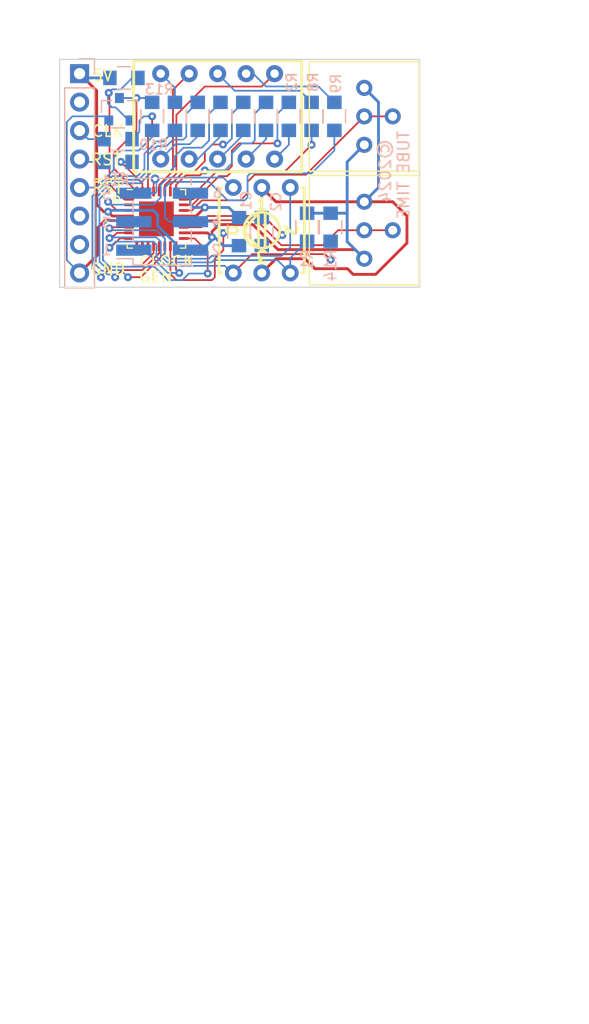
<source format=kicad_pcb>
(kicad_pcb (version 20221018) (generator pcbnew)
  (title_block (title "ClockGen") (comment 1 "By Tube Time"))
  (layers (0 "F.Cu" signal) (31 "B.Cu" signal) (34 "B.Paste" user) (35 "F.Paste" user) (36 "B.SilkS" user "B.Silkscreen") (37 "F.SilkS" user "F.Silkscreen") (38 "B.Mask" user) (39 "F.Mask" user) (44 "Edge.Cuts" user))
  (net 0 "")
  (net 1 "GND")
  (net 2 "Net-(D1-A)")
  (net 3 "Net-(U1-AREF)")
  (net 5 "/CLOCKOUT")
  (net 6 "/RESETOUT")
  (net 7 "/~{RESETOUT}")
  (net 10 "/~{RESETDRIVE}")
  (net 11 "/~{RESETSENSE}")
  (net 12 "VCC")
  (net 13 "Net-(U1-PD0)")
  (net 14 "Net-(U1-PD1)")
  (net 15 "Net-(D1-E)")
  (net 16 "Net-(D1-D)")
  (net 17 "Net-(D1-C)")
  (net 18 "Net-(D1-G)")
  (net 19 "Net-(D1-DP)")
  (net 20 "Net-(D1-CA2)")
  (net 21 "Net-(D1-B)")
  (net 22 "Net-(D1-CA1)")
  (net 23 "Net-(D1-F)")
  (net 24 "/MOSI")
  (net 25 "/RESET")
  (net 26 "/SCK")
  (net 27 "/MISO")
  (net 28 "/LEDDP")
  (net 29 "/LEDG")
  (net 30 "/LEDF")
  (net 31 "/LEDE")
  (net 32 "/LEDD")
  (net 33 "/LEDC")
  (net 34 "/LEDB")
  (net 35 "Net-(U1-PE2)")
  (net 36 "Net-(U1-PE1)")
  (net 37 "Net-(U1-PE0)")
  (net 38 "Net-(U1-XTAL1{slash}PB6)")
  (net 39 "Net-(U1-PE3)")
  (net 40 "Net-(U1-XTAL2{slash}PB7)")
  (footprint "Passive:BOURNS_3386_VERT_UNIVERSAL" (layer "F.Cu") (at 152.4 107.95)
    (fp_text reference "RV1" hide)
    (fp_text value "FREQ")
  )
  (footprint "Switch:CTS_220AD_04" (layer "F.Cu") (at 143.256 115.57)
    (fp_text reference "SW1" hide)
    (fp_text value "RANGE")
  )
  (footprint "Package_DFN_QFN:QFN-32-1EP_5x5mm_P0.5mm_EP3.1x3.1mm" (layer "F.Cu") (at 133.854 114.554)
    (fp_text reference "U1" hide)
    (fp_text value "ATmega328PB-M")
  )
  (footprint "Active:LTD-2601G-11" (layer "F.Cu") (at 139.319 105.41)
    (fp_text reference "D1" hide)
    (fp_text value "LITEON_LTD-2601G-11")
  )
  (footprint "Passive:BOURNS_3386_VERT_UNIVERSAL" (layer "F.Cu") (at 152.4 118.11)
    (fp_text reference "RV2" hide)
    (fp_text value "DUTY")
  )
  (footprint "Passive:RESC2012X55" (layer "B.Cu") (at 149.4 115.3 -90)
    (fp_text reference "R14")
    (fp_text value "4.7K")
  )
  (footprint "Connector_PinHeader_2.54mm:PinHeader_2x03_P2.54mm_Vertical_SMD" (layer "B.Cu") (at 134.366 114.808)
    (fp_text reference "J5" hide)
    (fp_text value "ISP")
  )
  (footprint "Passive:RESC2012X55" (layer "B.Cu") (at 133.477 105.41 -90)
    (fp_text reference "R12" hide)
    (fp_text value "22")
  )
  (footprint "Passive:RESC2012X55" (layer "B.Cu") (at 130.957 101.981 180)
    (fp_text reference "R13")
    (fp_text value "100K")
  )
  (footprint "Passive:CAPC2012X55" (layer "B.Cu") (at 143.256 115.697 90)
    (fp_text reference "C2")
    (fp_text value "0.1")
  )
  (footprint "Passive:RESC2012X55" (layer "B.Cu") (at 130.429 107.442 180)
    (fp_text reference "R10")
    (fp_text value "22")
  )
  (footprint "Passive:RESC2012X55" (layer "B.Cu") (at 135.509 105.41 90)
    (fp_text reference "R4" hide)
    (fp_text value "1K")
  )
  (footprint "Passive:RESC2012X55" (layer "B.Cu") (at 137.541 105.41 -90)
    (fp_text reference "R5" hide)
    (fp_text value "1K")
  )
  (footprint "Passive:RESC2012X55" (layer "B.Cu") (at 130.429 109.474 180)
    (fp_text reference "R11")
    (fp_text value "22")
  )
  (footprint "Passive:RESC2012X55" (layer "B.Cu") (at 145.669 105.41 -90)
    (fp_text reference "R2")
    (fp_text value "1K")
  )
  (footprint "Passive:RESC2012X55" (layer "B.Cu") (at 147.701 105.41 90)
    (fp_text reference "R8")
    (fp_text value "1K")
  )
  (footprint "Passive:RESC2012X55" (layer "B.Cu") (at 141.605 105.41 -90)
    (fp_text reference "R7" hide)
    (fp_text value "1K")
  )
  (footprint "Passive:RESC2012X55" (layer "B.Cu") (at 149.733 105.41 90)
    (fp_text reference "R9")
    (fp_text value "1K")
  )
  (footprint "Active:SOT95P230X117-3" (layer "B.Cu") (at 130.556 104.775 90)
    (fp_text reference "Q1" hide)
    (fp_text value "DMN2053UQ-13")
  )
  (footprint "Passive:CAPC2012X55" (layer "B.Cu") (at 141.224 115.697 90)
    (fp_text reference "C1")
    (fp_text value "0.1")
  )
  (footprint "Passive:RESC2012X55" (layer "B.Cu") (at 139.573 105.41 -90)
    (fp_text reference "R6" hide)
    (fp_text value "1K")
  )
  (footprint "Connector_PinHeader_2.54mm:PinHeader_1x08_P2.54mm_Vertical" (layer "B.Cu") (at 127 101.6 180)
    (fp_text reference "J1" hide)
    (fp_text value "Conn_01x08_Pin")
  )
  (footprint "Passive:RESC2012X55" (layer "B.Cu") (at 147.3 115.3 -90)
    (fp_text reference "R1")
    (fp_text value "4.7K")
  )
  (footprint "Passive:RESC2012X55" (layer "B.Cu") (at 143.637 105.41 -90)
    (fp_text reference "R3" hide)
    (fp_text value "1K")
  )
  (gr_line (start 128.27 110.998) (end 130.81 110.998) (stroke (width 0.15)) (layer "F.SilkS"))
  (gr_circle (center 130.302 112.776) (end 130.556 112.776) (stroke (width 0.15)) (fill none) (layer "F.SilkS"))
  (gr_line (start 157.353 120.65) (end 157.353 100.33) (stroke (width 0.1)) (layer "Edge.Cuts"))
  (gr_line (start 157.353 100.33) (end 125.222 100.33) (stroke (width 0.1)) (layer "Edge.Cuts"))
  (gr_line (start 125.222 120.65) (end 157.353 120.65) (stroke (width 0.1)) (layer "Edge.Cuts"))
  (gr_line (start 125.222 100.33) (end 125.222 120.65) (stroke (width 0.1)) (layer "Edge.Cuts"))
  (gr_text "4" (at 139.7 115.316) (layer "B.SilkS") (effects (font (size 0.889 0.889) (thickness 0.1524) bold) (justify left bottom mirror)))
  (gr_text "5" (at 129.921 112.903) (layer "B.SilkS") (effects (font (size 0.889 0.889) (thickness 0.1524) bold) (justify left bottom mirror)))
  (gr_text "1" (at 129.921 117.856) (layer "B.SilkS") (effects (font (size 0.889 0.889) (thickness 0.1524) bold) (justify left bottom mirror)))
  (gr_text "6" (at 139.827 112.776) (layer "B.SilkS") (effects (font (size 0.889 0.889) (thickness 0.1524) bold) (justify left bottom mirror)))
  (gr_text " ©2024\nTUBE TIME" (at 156.5 106.6 90) (layer "B.SilkS") (effects (font (size 1.016 1.016) (thickness 0.1524)) (justify left bottom mirror)))
  (gr_text "3" (at 129.921 115.443) (layer "B.SilkS") (effects (font (size 0.889 0.889) (thickness 0.1524) bold) (justify left bottom mirror)))
  (gr_text "2" (at 139.7 117.856) (layer "B.SilkS") (effects (font (size 0.889 0.889) (thickness 0.1524) bold) (justify left bottom mirror)))
  (gr_text "CLOCK\nGEN" (at 132.207 120.269) (layer "F.SilkS") (effects (font (size 0.889 1.016) (thickness 0.1524)) (justify left bottom)))
  (gr_text "CLK" (at 128.016 107.315) (layer "F.SilkS") (effects (font (size 1.016 1.016) (thickness 0.1524)) (justify left bottom)))
  (gr_text "RST" (at 128.016 112.395) (layer "F.SilkS") (effects (font (size 1.016 1.016) (thickness 0.1524)) (justify left bottom)))
  (gr_text "5V" (at 128.016 102.362) (layer "F.SilkS") (effects (font (size 1.016 1.016) (thickness 0.1524)) (justify left bottom)))
  (gr_text "GND" (at 127.889 119.634) (layer "F.SilkS") (effects (font (size 1.016 1.016) (thickness 0.1524)) (justify left bottom)))
  (gr_text "RST" (at 127.889 109.855) (layer "F.SilkS") (effects (font (size 1.016 1.016) (thickness 0.1524)) (justify left bottom)))
  (segment (start 133.604 114.804) (end 133.854 114.554) (width 0.25) (layer "F.Cu") (net 1))
  (segment (start 154.94 113.03) (end 152.4 113.03) (width 0.254) (layer "F.Cu") (net 1))
  (segment (start 148 119) (end 150.9 119) (width 0.254) (layer "F.Cu") (net 1))
  (segment (start 129.75832 114.7064) (end 129.73292 114.681) (width 0.25) (layer "F.Cu") (net 1))
  (segment (start 138.303 113.665) (end 138.176 113.538) (width 0.25) (layer "F.Cu") (net 1))
  (segment (start 144.526 118.11) (end 147.11 118.11) (width 0.254) (layer "F.Cu") (net 1))
  (segment (start 129.73292 114.681) (end 129.286 114.681) (width 0.25) (layer "F.Cu") (net 1))
  (segment (start 144.526 113.03) (end 152.4 113.03) (width 0.254) (layer "F.Cu") (net 1))
  (segment (start 156.21 114.3) (end 154.94 113.03) (width 0.254) (layer "F.Cu") (net 1))
  (segment (start 130.552 114.804) (end 130.4544 114.7064) (width 0.25) (layer "F.Cu") (net 1))
  (segment (start 131.4165 114.804) (end 133.604 114.804) (width 0.25) (layer "F.Cu") (net 1))
  (segment (start 147.11 118.11) (end 148 119) (width 0.254) (layer "F.Cu") (net 1))
  (segment (start 129.286 114.681) (end 128.651 115.316) (width 0.25) (layer "F.Cu") (net 1))
  (segment (start 137.41 114.304) (end 136.2915 114.304) (width 0.25) (layer "F.Cu") (net 1))
  (segment (start 156.21 116.713) (end 156.21 114.3) (width 0.254) (layer "F.Cu") (net 1))
  (segment (start 130.4544 114.7064) (end 129.75832 114.7064) (width 0.25) (layer "F.Cu") (net 1))
  (segment (start 131.4165 114.804) (end 130.552 114.804) (width 0.25) (layer "F.Cu") (net 1))
  (segment (start 133.854 114.554) (end 134.104 114.304) (width 0.25) (layer "F.Cu") (net 1))
  (segment (start 134.104 114.304) (end 136.2915 114.304) (width 0.25) (layer "F.Cu") (net 1))
  (segment (start 128.651 117.729) (end 127 119.38) (width 0.25) (layer "F.Cu") (net 1))
  (segment (start 143.256 119.38) (end 144.526 118.11) (width 0.254) (layer "F.Cu") (net 1))
  (segment (start 150.9 119) (end 151.407 119.507) (width 0.254) (layer "F.Cu") (net 1))
  (segment (start 151.407 119.507) (end 153.416 119.507) (width 0.254) (layer "F.Cu") (net 1))
  (segment (start 153.416 119.507) (end 156.21 116.713) (width 0.254) (layer "F.Cu") (net 1))
  (segment (start 138.176 113.538) (end 137.41 114.304) (width 0.25) (layer "F.Cu") (net 1))
  (segment (start 128.651 115.316) (end 128.651 117.729) (width 0.25) (layer "F.Cu") (net 1))
  (segment (start 143.256 111.76) (end 144.526 113.03) (width 0.254) (layer "F.Cu") (net 1))
  (via (at 138.176 113.538) (size 0.7112) (drill 0.3048) (layers "F.Cu" "B.Cu") (net 1))
  (segment (start 138.176 113.538) (end 140.315 113.538) (width 0.25) (layer "B.Cu") (net 1))
  (segment (start 136.891 113.269) (end 136.891 112.268) (width 0.254) (layer "B.Cu") (net 1))
  (segment (start 140.315 113.538) (end 141.224 114.447) (width 0.25) (layer "B.Cu") (net 1))
  (segment (start 126.365 105.41) (end 129.241 105.41) (width 0.1524) (layer "B.Cu") (net 1))
  (segment (start 152.4 102.87) (end 153.67 104.14) (width 0.254) (layer "B.Cu") (net 1))
  (segment (start 127 119.38) (end 125.857 118.237) (width 0.1524) (layer "B.Cu") (net 1))
  (segment (start 137.16 113.538) (end 136.891 113.269) (width 0.254) (layer "B.Cu") (net 1))
  (segment (start 136.76429 112.283) (end 136.906 112.283) (width 0.1524) (layer "B.Cu") (net 1))
  (segment (start 129.241 105.41) (end 129.606 105.775) (width 0.1524) (layer "B.Cu") (net 1))
  (segment (start 125.857 105.918) (end 126.365 105.41) (width 0.1524) (layer "B.Cu") (net 1))
  (segment (start 143.276 114.427) (end 143.256 114.447) (width 0.1524) (layer "B.Cu") (net 1))
  (segment (start 153.67 104.14) (end 153.67 111.76) (width 0.254) (layer "B.Cu") (net 1))
  (segment (start 153.67 111.76) (end 152.4 113.03) (width 0.254) (layer "B.Cu") (net 1))
  (segment (start 143.256 111.76) (end 143.256 114.447) (width 0.254) (layer "B.Cu") (net 1))
  (segment (start 141.224 114.447) (end 143.256 114.447) (width 0.25) (layer "B.Cu") (net 1))
  (segment (start 138.176 113.538) (end 137.16 113.538) (width 0.254) (layer "B.Cu") (net 1))
  (segment (start 125.857 118.237) (end 125.857 105.918) (width 0.1524) (layer "B.Cu") (net 1))
  (segment (start 142.494 101.6) (end 143.637 102.743) (width 0.1524) (layer "B.Cu") (net 2))
  (segment (start 141.859 101.6) (end 142.494 101.6) (width 0.1524) (layer "B.Cu") (net 2))
  (segment (start 148.316 102.743) (end 149.733 104.16) (width 0.1524) (layer "B.Cu") (net 2))
  (segment (start 143.637 102.743) (end 148.316 102.743) (width 0.1524) (layer "B.Cu") (net 2))
  (segment (start 137.926 114.804) (end 138.43 114.3) (width 0.1524) (layer "F.Cu") (net 3))
  (segment (start 136.2915 114.804) (end 137.926 114.804) (width 0.1524) (layer "F.Cu") (net 3))
  (segment (start 143.4 114.3) (end 145.1 116) (width 0.1524) (layer "F.Cu") (net 3))
  (segment (start 138.43 114.3) (end 143.4 114.3) (width 0.1524) (layer "F.Cu") (net 3))
  (via (at 145.1 116) (size 0.7112) (drill 0.3048) (layers "F.Cu" "B.Cu") (net 3))
  (segment (start 144.153 116.947) (end 145.1 116) (width 0.1524) (layer "B.Cu") (net 3))
  (segment (start 143.256 116.947) (end 144.153 116.947) (width 0.1524) (layer "B.Cu") (net 3))
  (segment (start 129.179 107.442) (end 127.762 107.442) (width 0.1524) (layer "B.Cu") (net 5))
  (segment (start 127.762 107.442) (end 127 106.68) (width 0.1524) (layer "B.Cu") (net 5))
  (segment (start 127.127 109.22) (end 127 109.22) (width 0.1524) (layer "F.Cu") (net 6))
  (segment (start 129.179 109.474) (end 127.254 109.474) (width 0.1524) (layer "B.Cu") (net 6))
  (segment (start 127.254 109.474) (end 127 109.22) (width 0.1524) (layer "B.Cu") (net 6))
  (segment (start 132.279 108.458) (end 130.683 108.458) (width 0.1524) (layer "B.Cu") (net 7))
  (segment (start 130.048 109.093) (end 130.048 110.185948) (width 0.1524) (layer "B.Cu") (net 7))
  (segment (start 128.473948 111.76) (end 127 111.76) (width 0.1524) (layer "B.Cu") (net 7))
  (segment (start 130.048 110.185948) (end 128.473948 111.76) (width 0.1524) (layer "B.Cu") (net 7))
  (segment (start 133.477 106.66) (end 133.477 107.26) (width 0.1524) (layer "B.Cu") (net 7))
  (segment (start 130.683 108.458) (end 130.048 109.093) (width 0.1524) (layer "B.Cu") (net 7))
  (segment (start 133.477 107.26) (end 132.279 108.458) (width 0.1524) (layer "B.Cu") (net 7))
  (segment (start 130.965 112.804) (end 129.667 111.506) (width 0.1524) (layer "F.Cu") (net 10))
  (segment (start 131.4165 112.804) (end 130.965 112.804) (width 0.1524) (layer "F.Cu") (net 10))
  (segment (start 129.667 103.378) (end 129.6035 103.3145) (width 0.1524) (layer "F.Cu") (net 10))
  (segment (start 129.667 111.506) (end 129.667 103.378) (width 0.1524) (layer "F.Cu") (net 10))
  (via (at 129.6035 103.3145) (size 0.7112) (drill 0.3048) (layers "F.Cu" "B.Cu") (net 10))
  (segment (start 129.54 104.267) (end 129.54 103.378) (width 0.1524) (layer "B.Cu") (net 10))
  (segment (start 129.54 103.378) (end 129.6035 103.3145) (width 0.1524) (layer "B.Cu") (net 10))
  (segment (start 131.699 101.981) (end 130.683 102.997) (width 0.1524) (layer "B.Cu") (net 10))
  (segment (start 130.215355 104.607645) (end 131.38271 105.775) (width 0.1524) (layer "B.Cu") (net 10))
  (segment (start 131.38271 105.775) (end 131.506 105.775) (width 0.1524) (layer "B.Cu") (net 10))
  (segment (start 130.683 102.997) (end 129.921 102.997) (width 0.1524) (layer "B.Cu") (net 10))
  (segment (start 129.880645 104.607645) (end 129.54 104.267) (width 0.1524) (layer "B.Cu") (net 10))
  (segment (start 132.207 101.981) (end 131.699 101.981) (width 0.1524) (layer "B.Cu") (net 10))
  (segment (start 129.6035 103.3145) (end 129.921 102.997) (width 0.1524) (layer "B.Cu") (net 10))
  (segment (start 130.215355 104.607645) (end 129.880645 104.607645) (width 0.1524) (layer "B.Cu") (net 10))
  (segment (start 130.048 108.712) (end 130.048 110.0605) (width 0.1524) (layer "F.Cu") (net 11))
  (segment (start 132.08 103.775) (end 132.08 106.68) (width 0.1524) (layer "F.Cu") (net 11))
  (segment (start 132.08 106.68) (end 130.048 108.712) (width 0.1524) (layer "F.Cu") (net 11))
  (segment (start 130.048 110.0605) (end 132.104 112.1165) (width 0.1524) (layer "F.Cu") (net 11))
  (via (at 132.08 103.775) (size 0.7112) (drill 0.3048) (layers "F.Cu" "B.Cu") (net 11))
  (segment (start 130.556 103.775) (end 133.092 103.775) (width 0.1524) (layer "B.Cu") (net 11))
  (segment (start 133.092 103.775) (end 133.477 104.16) (width 0.1524) (layer "B.Cu") (net 11))
  (segment (start 132.08 103.775) (end 130.556 103.775) (width 0.1524) (layer "B.Cu") (net 11))
  (segment (start 138.421249 115.804) (end 136.2915 115.804) (width 0.25) (layer "F.Cu") (net 12))
  (segment (start 151.59 117.3) (end 152.4 118.11) (width 0.25) (layer "F.Cu") (net 12))
  (segment (start 127 101.6) (end 128.524 103.124) (width 0.254) (layer "F.Cu") (net 12))
  (segment (start 139.446 115.062) (end 142.462 115.062) (width 0.25) (layer "F.Cu") (net 12))
  (segment (start 129.925 114.304) (end 131.4165 114.304) (width 0.25) (layer "F.Cu") (net 12))
  (segment (start 138.811 116.193751) (end 138.421249 115.804) (width 0.25) (layer "F.Cu") (net 12))
  (segment (start 142.462 115.062) (end 144.7 117.3) (width 0.25) (layer "F.Cu") (net 12))
  (segment (start 128.524 113.284) (end 129.159 113.919) (width 0.254) (layer "F.Cu") (net 12))
  (segment (start 129.159 113.919) (end 129.54 113.919) (width 0.254) (layer "F.Cu") (net 12))
  (segment (start 128.524 103.124) (end 128.524 113.284) (width 0.254) (layer "F.Cu") (net 12))
  (segment (start 138.811 116.193751) (end 138.811 115.697) (width 0.25) (layer "F.Cu") (net 12))
  (segment (start 138.811 115.697) (end 139.446 115.062) (width 0.25) (layer "F.Cu") (net 12))
  (segment (start 144.7 117.3) (end 151.59 117.3) (width 0.25) (layer "F.Cu") (net 12))
  (segment (start 129.54 113.919) (end 129.925 114.304) (width 0.25) (layer "F.Cu") (net 12))
  (via (at 138.811 116.193751) (size 0.7112) (drill 0.3048) (layers "F.Cu" "B.Cu") (net 12))
  (via (at 129.54 113.919) (size 0.7112) (drill 0.3048) (layers "F.Cu" "B.Cu") (net 12))
  (segment (start 133.5806 113.792) (end 133.9616 114.173) (width 0.25) (layer "B.Cu") (net 12))
  (segment (start 152.4 107.95) (end 150.876 109.474) (width 0.254) (layer "B.Cu") (net 12))
  (segment (start 138.811 116.193751) (end 139.053751 116.193751) (width 0.25) (layer "B.Cu") (net 12))
  (segment (start 133.9616 114.173) (end 133.9616 115.1656) (width 0.25) (layer "B.Cu") (net 12))
  (segment (start 133.9616 115.1656) (end 135.509 116.713) (width 0.25) (layer "B.Cu") (net 12))
  (segment (start 137.922 117.348) (end 136.891 117.348) (width 0.25) (layer "B.Cu") (net 12))
  (segment (start 147.3 114.05) (end 149.4 114.05) (width 0.254) (layer "B.Cu") (net 12))
  (segment (start 139.053751 116.193751) (end 139.807 116.947) (width 0.25) (layer "B.Cu") (net 12))
  (segment (start 150.826 114.05) (end 150.876 114.1) (width 0.254) (layer "B.Cu") (net 12))
  (segment (start 129.667 113.792) (end 133.5806 113.792) (width 0.25) (layer "B.Cu") (net 12))
  (segment (start 150.876 116.586) (end 152.4 118.11) (width 0.254) (layer "B.Cu") (net 12))
  (segment (start 135.763 117.348) (end 136.891 117.348) (width 0.25) (layer "B.Cu") (net 12))
  (segment (start 127.381 101.981) (end 127 101.6) (width 0.254) (layer "B.Cu") (net 12))
  (segment (start 150.876 109.474) (end 150.876 114.1) (width 0.254) (layer "B.Cu") (net 12))
  (segment (start 149.4 114.05) (end 150.826 114.05) (width 0.254) (layer "B.Cu") (net 12))
  (segment (start 150.876 114.1) (end 150.876 116.586) (width 0.254) (layer "B.Cu") (net 12))
  (segment (start 129.54 113.919) (end 129.667 113.792) (width 0.25) (layer "B.Cu") (net 12))
  (segment (start 129.707 101.981) (end 127.381 101.981) (width 0.254) (layer "B.Cu") (net 12))
  (segment (start 138.811 116.459) (end 137.922 117.348) (width 0.25) (layer "B.Cu") (net 12))
  (segment (start 138.811 116.193751) (end 138.811 116.459) (width 0.25) (layer "B.Cu") (net 12))
  (segment (start 135.509 117.094) (end 135.763 117.348) (width 0.25) (layer "B.Cu") (net 12))
  (segment (start 139.807 116.947) (end 141.224 116.947) (width 0.25) (layer "B.Cu") (net 12))
  (segment (start 135.509 116.713) (end 135.509 117.094) (width 0.25) (layer "B.Cu") (net 12))
  (segment (start 133.104 107.307) (end 133.104 112.1165) (width 0.1524) (layer "F.Cu") (net 13))
  (segment (start 133.477 106.934) (end 133.104 107.307) (width 0.1524) (layer "F.Cu") (net 13))
  (segment (start 133.477 105.41) (end 133.477 106.934) (width 0.1524) (layer "F.Cu") (net 13))
  (via (at 133.477 105.41) (size 0.7112) (drill 0.3048) (layers "F.Cu" "B.Cu") (net 13))
  (segment (start 131.679 107.442) (end 132.334 106.787) (width 0.1524) (layer "B.Cu") (net 13))
  (segment (start 132.334 106.787) (end 132.334 105.791) (width 0.1524) (layer "B.Cu") (net 13))
  (segment (start 132.715 105.41) (end 133.477 105.41) (width 0.1524) (layer "B.Cu") (net 13))
  (segment (start 132.334 105.791) (end 132.715 105.41) (width 0.1524) (layer "B.Cu") (net 13))
  (segment (start 132.604 111.395) (end 130.683 109.474) (width 0.1524) (layer "F.Cu") (net 14))
  (segment (start 132.604 112.1165) (end 132.604 111.395) (width 0.1524) (layer "F.Cu") (net 14))
  (via (at 130.683 109.474) (size 0.7112) (drill 0.3048) (layers "F.Cu" "B.Cu") (net 14))
  (segment (start 130.683 109.474) (end 131.679 109.474) (width 0.1524) (layer "B.Cu") (net 14))
  (segment (start 137.541 107.178) (end 136.8198 107.8992) (width 0.1524) (layer "B.Cu") (net 15))
  (segment (start 135.5598 107.8992) (end 134.239 109.22) (width 0.1524) (layer "B.Cu") (net 15))
  (segment (start 136.8198 107.8992) (end 135.5598 107.8992) (width 0.1524) (layer "B.Cu") (net 15))
  (segment (start 137.541 106.66) (end 137.541 107.178) (width 0.1524) (layer "B.Cu") (net 15))
  (segment (start 139.573 106.66) (end 139.573 107.188) (width 0.1524) (layer "B.Cu") (net 16))
  (segment (start 139.573 107.188) (end 137.541 109.22) (width 0.1524) (layer "B.Cu") (net 16))
  (segment (start 137.541 109.22) (end 136.779 109.22) (width 0.1524) (layer "B.Cu") (net 16))
  (segment (start 139.446 109.22) (end 139.319 109.22) (width 0.1524) (layer "B.Cu") (net 17))
  (segment (start 141.605 106.66) (end 141.605 107.061) (width 0.1524) (layer "B.Cu") (net 17))
  (segment (start 141.605 107.061) (end 139.446 109.22) (width 0.1524) (layer "B.Cu") (net 17))
  (segment (start 143.637 107.442) (end 141.859 109.22) (width 0.1524) (layer "B.Cu") (net 18))
  (segment (start 143.637 106.66) (end 143.637 107.442) (width 0.1524) (layer "B.Cu") (net 18))
  (segment (start 145.669 107.95) (end 144.399 109.22) (width 0.1524) (layer "B.Cu") (net 19))
  (segment (start 145.669 106.66) (end 145.669 107.95) (width 0.1524) (layer "B.Cu") (net 19))
  (segment (start 135.636 105.283) (end 138.1696 102.7494) (width 0.1524) (layer "F.Cu") (net 20))
  (segment (start 134.604 112.1165) (end 134.604 111.547026) (width 0.1524) (layer "F.Cu") (net 20))
  (segment (start 138.1696 102.7494) (end 143.2496 102.7494) (width 0.1524) (layer "F.Cu") (net 20))
  (segment (start 134.604 111.547026) (end 135.636 110.515026) (width 0.1524) (layer "F.Cu") (net 20))
  (segment (start 135.636 110.515026) (end 135.636 105.283) (width 0.1524) (layer "F.Cu") (net 20))
  (segment (start 143.2496 102.7494) (end 144.399 101.6) (width 0.1524) (layer "F.Cu") (net 20))
  (segment (start 140.843 103.124) (end 146.665 103.124) (width 0.1524) (layer "B.Cu") (net 21))
  (segment (start 147.701 104.16) (end 147.701 104.14) (width 0.1524) (layer "B.Cu") (net 21))
  (segment (start 140.843 103.124) (end 139.319 101.6) (width 0.1524) (layer "B.Cu") (net 21))
  (segment (start 146.665 103.124) (end 147.701 104.16) (width 0.1524) (layer "B.Cu") (net 21))
  (segment (start 135.3312 110.2868) (end 135.3312 103.0478) (width 0.1524) (layer "F.Cu") (net 22))
  (segment (start 134.104 112.1165) (end 134.104 111.514) (width 0.1524) (layer "F.Cu") (net 22))
  (segment (start 134.104 111.514) (end 135.3312 110.2868) (width 0.1524) (layer "F.Cu") (net 22))
  (segment (start 135.3312 103.0478) (end 136.779 101.6) (width 0.1524) (layer "F.Cu") (net 22))
  (segment (start 135.509 102.87) (end 135.509 104.16) (width 0.1524) (layer "B.Cu") (net 23))
  (segment (start 134.239 101.6) (end 135.509 102.87) (width 0.1524) (layer "B.Cu") (net 23))
  (segment (start 135.636 120.015) (end 135.104 119.483) (width 0.1524) (layer "F.Cu") (net 24))
  (segment (start 139.065 119.761) (end 138.811 120.015) (width 0.1524) (layer "F.Cu") (net 24))
  (segment (start 139.827 117.348) (end 139.065 118.11) (width 0.1524) (layer "F.Cu") (net 24))
  (segment (start 138.811 120.015) (end 135.636 120.015) (width 0.1524) (layer "F.Cu") (net 24))
  (segment (start 139.827 115.824) (end 139.827 117.348) (width 0.1524) (layer "F.Cu") (net 24))
  (segment (start 139.065 118.11) (end 139.065 119.761) (width 0.1524) (layer "F.Cu") (net 24))
  (segment (start 135.104 119.483) (end 135.104 116.9915) (width 0.1524) (layer "F.Cu") (net 24))
  (via (at 139.827 115.824) (size 0.7112) (drill 0.3048) (layers "F.Cu" "B.Cu") (net 24))
  (segment (start 141.986 110.744) (end 142.24 110.49) (width 0.1524) (layer "B.Cu") (net 24))
  (segment (start 139.827 115.824) (end 138.811 114.808) (width 0.1524) (layer "B.Cu") (net 24))
  (segment (start 137.922 111.252) (end 138.557 111.252) (width 0.1524) (layer "B.Cu") (net 24))
  (segment (start 147.701 110.49) (end 149.733 108.458) (width 0.1524) (layer "B.Cu") (net 24))
  (segment (start 134.62 111.76) (end 135.128 111.252) (width 0.1524) (layer "B.Cu") (net 24))
  (segment (start 138.557 111.252) (end 140.208 112.903) (width 0.1524) (layer "B.Cu") (net 24))
  (segment (start 135.128 111.252) (end 137.922 111.252) (width 0.1524) (layer "B.Cu") (net 24))
  (segment (start 138.811 114.808) (end 136.891 114.808) (width 0.1524) (layer "B.Cu") (net 24))
  (segment (start 141.732 112.903) (end 141.986 112.649) (width 0.1524) (layer "B.Cu") (net 24))
  (segment (start 142.24 110.49) (end 147.701 110.49) (width 0.1524) (layer "B.Cu") (net 24))
  (segment (start 141.986 112.649) (end 141.986 110.744) (width 0.1524) (layer "B.Cu") (net 24))
  (segment (start 134.62 114.427) (end 134.62 111.76) (width 0.1524) (layer "B.Cu") (net 24))
  (segment (start 149.733 108.458) (end 149.733 106.66) (width 0.1524) (layer "B.Cu") (net 24))
  (segment (start 136.891 114.808) (end 135.001 114.808) (width 0.1524) (layer "B.Cu") (net 24))
  (segment (start 140.208 112.903) (end 141.732 112.903) (width 0.1524) (layer "B.Cu") (net 24))
  (segment (start 135.001 114.808) (end 134.62 114.427) (width 0.1524) (layer "B.Cu") (net 24))
  (segment (start 133.739113 110.990619) (end 133.604 111.125732) (width 0.1524) (layer "F.Cu") (net 25))
  (segment (start 133.604 111.125732) (end 133.604 112.1165) (width 0.1524) (layer "F.Cu") (net 25))
  (via (at 133.739113 110.990619) (size 0.8) (drill 0.4) (layers "F.Cu" "B.Cu") (net 25))
  (segment (start 133.858 112.141) (end 133.731 112.268) (width 0.1524) (layer "B.Cu") (net 25))
  (segment (start 133.739113 110.990619) (end 133.858 111.109506) (width 0.1524) (layer "B.Cu") (net 25))
  (segment (start 133.858 111.109506) (end 133.858 112.141) (width 0.1524) (layer "B.Cu") (net 25))
  (segment (start 133.731 112.268) (end 131.841 112.268) (width 0.1524) (layer "B.Cu") (net 25))
  (segment (start 137.259 116.304) (end 136.2915 116.304) (width 0.1524) (layer "F.Cu") (net 26))
  (segment (start 138.43 117.475) (end 137.259 116.304) (width 0.1524) (layer "F.Cu") (net 26))
  (segment (start 138.43 119.4313) (end 138.43 117.475) (width 0.1524) (layer "F.Cu") (net 26))
  (via (at 138.43 119.4313) (size 0.7112) (drill 0.3048) (layers "F.Cu" "B.Cu") (net 26))
  (segment (start 129.0828 115.1382) (end 129.54 114.681) (width 0.1524) (layer "B.Cu") (net 26))
  (segment (start 131.714 114.681) (end 131.841 114.808) (width 0.1524) (layer "B.Cu") (net 26))
  (segment (start 129.54 114.681) (end 131.714 114.681) (width 0.1524) (layer "B.Cu") (net 26))
  (segment (start 133.6802 118.8212) (end 129.666252 118.8212) (width 0.1524) (layer "B.Cu") (net 26))
  (segment (start 129.0828 118.237748) (end 129.0828 115.1382) (width 0.1524) (layer "B.Cu") (net 26))
  (segment (start 134.874 120.015) (end 133.6802 118.8212) (width 0.1524) (layer "B.Cu") (net 26))
  (segment (start 138.43 119.4313) (end 136.7531 119.4313) (width 0.1524) (layer "B.Cu") (net 26))
  (segment (start 136.7531 119.4313) (end 136.1694 120.015) (width 0.1524) (layer "B.Cu") (net 26))
  (segment (start 136.1694 120.015) (end 134.874 120.015) (width 0.1524) (layer "B.Cu") (net 26))
  (segment (start 129.666252 118.8212) (end 129.0828 118.237748) (width 0.1524) (layer "B.Cu") (net 26))
  (segment (start 135.89 119.38) (end 135.604 119.094) (width 0.1524) (layer "F.Cu") (net 27))
  (segment (start 135.604 119.094) (end 135.604 116.9915) (width 0.1524) (layer "F.Cu") (net 27))
  (via (at 135.89 119.38) (size 0.7112) (drill 0.3048) (layers "F.Cu" "B.Cu") (net 27))
  (segment (start 134.874 119.38) (end 132.842 117.348) (width 0.1524) (layer "B.Cu") (net 27))
  (segment (start 135.89 119.38) (end 134.874 119.38) (width 0.1524) (layer "B.Cu") (net 27))
  (segment (start 132.842 117.348) (end 131.841 117.348) (width 0.1524) (layer "B.Cu") (net 27))
  (segment (start 140.589 108.458) (end 140.589 109.855) (width 0.1524) (layer "F.Cu") (net 28))
  (segment (start 137.541 112.014) (end 137.541 112.395) (width 0.1524) (layer "F.Cu") (net 28))
  (segment (start 144.653 107.823) (end 144.272 107.823) (width 0.1524) (layer "F.Cu") (net 28))
  (segment (start 137.541 112.395) (end 137.132 112.804) (width 0.1524) (layer "F.Cu") (net 28))
  (segment (start 140.081 110.363) (end 139.192 110.363) (width 0.1524) (layer "F.Cu") (net 28))
  (segment (start 141.224 107.823) (end 140.589 108.458) (width 0.1524) (layer "F.Cu") (net 28))
  (segment (start 140.589 109.855) (end 140.081 110.363) (width 0.1524) (layer "F.Cu") (net 28))
  (segment (start 137.132 112.804) (end 136.2915 112.804) (width 0.1524) (layer "F.Cu") (net 28))
  (segment (start 144.653 107.823) (end 141.224 107.823) (width 0.1524) (layer "F.Cu") (net 28))
  (segment (start 139.192 110.363) (end 137.541 112.014) (width 0.1524) (layer "F.Cu") (net 28))
  (via (at 144.653 107.823) (size 0.7112) (drill 0.3048) (layers "F.Cu" "B.Cu") (net 28))
  (segment (start 144.653 107.823) (end 144.653 105.176) (width 0.1524) (layer "B.Cu") (net 28))
  (segment (start 144.653 105.176) (end 145.669 104.16) (width 0.1524) (layer "B.Cu") (net 28))
  (segment (start 135.604 111.538) (end 135.604 112.1165) (width 0.1524) (layer "F.Cu") (net 29))
  (segment (start 138.176 110.236) (end 137.7442 110.6678) (width 0.1524) (layer "F.Cu") (net 29))
  (segment (start 137.7442 110.6678) (end 136.4742 110.6678) (width 0.1524) (layer "F.Cu") (net 29))
  (segment (start 136.4742 110.6678) (end 135.604 111.538) (width 0.1524) (layer "F.Cu") (net 29))
  (via (at 138.176 110.236) (size 0.7112) (drill 0.3048) (layers "F.Cu" "B.Cu") (net 29))
  (segment (start 138.176 110.236) (end 139.954 110.236) (width 0.1524) (layer "B.Cu") (net 29))
  (segment (start 141.478 107.823) (end 142.367 107.823) (width 0.1524) (layer "B.Cu") (net 29))
  (segment (start 139.954 110.236) (end 140.589 109.601) (width 0.1524) (layer "B.Cu") (net 29))
  (segment (start 140.589 108.712) (end 141.478 107.823) (width 0.1524) (layer "B.Cu") (net 29))
  (segment (start 140.589 109.601) (end 140.589 108.712) (width 0.1524) (layer "B.Cu") (net 29))
  (segment (start 142.367 107.823) (end 142.631556 107.558444) (width 0.1524) (layer "B.Cu") (net 29))
  (segment (start 142.631556 105.165444) (end 143.637 104.16) (width 0.1524) (layer "B.Cu") (net 29))
  (segment (start 142.631556 107.558444) (end 142.631556 105.165444) (width 0.1524) (layer "B.Cu") (net 29))
  (segment (start 128.905 119.761) (end 129.8448 118.8212) (width 0.1524) (layer "F.Cu") (net 30))
  (segment (start 129.8448 118.8212) (end 132.3848 118.8212) (width 0.1524) (layer "F.Cu") (net 30))
  (segment (start 133.604 117.602) (end 133.604 116.9915) (width 0.1524) (layer "F.Cu") (net 30))
  (segment (start 132.3848 118.8212) (end 133.604 117.602) (width 0.1524) (layer "F.Cu") (net 30))
  (via (at 128.905 119.761) (size 0.7112) (drill 0.3048) (layers "F.Cu" "B.Cu") (net 30))
  (segment (start 128.905 119.761) (end 128.143 118.999) (width 0.1524) (layer "B.Cu") (net 30))
  (segment (start 132.156948 110.744) (end 132.7912 110.109748) (width 0.1524) (layer "B.Cu") (net 30))
  (segment (start 133.883774 107.6452) (end 134.493748 107.6452) (width 0.1524) (layer "B.Cu") (net 30))
  (segment (start 134.493748 107.6452) (end 135.478948 106.66) (width 0.1524) (layer "B.Cu") (net 30))
  (segment (start 132.7912 108.737774) (end 133.883774 107.6452) (width 0.1524) (layer "B.Cu") (net 30))
  (segment (start 128.143 112.522) (end 129.921 110.744) (width 0.1524) (layer "B.Cu") (net 30))
  (segment (start 132.7912 110.109748) (end 132.7912 108.737774) (width 0.1524) (layer "B.Cu") (net 30))
  (segment (start 129.921 110.744) (end 132.156948 110.744) (width 0.1524) (layer "B.Cu") (net 30))
  (segment (start 135.478948 106.66) (end 135.509 106.66) (width 0.1524) (layer "B.Cu") (net 30))
  (segment (start 128.143 118.999) (end 128.143 112.522) (width 0.1524) (layer "B.Cu") (net 30))
  (segment (start 130.81 119.126) (end 132.588 119.126) (width 0.1524) (layer "F.Cu") (net 31))
  (segment (start 130.175 119.761) (end 130.81 119.126) (width 0.1524) (layer "F.Cu") (net 31))
  (segment (start 132.588 119.126) (end 134.104 117.61) (width 0.1524) (layer "F.Cu") (net 31))
  (segment (start 134.104 117.61) (end 134.104 116.9915) (width 0.1524) (layer "F.Cu") (net 31))
  (via (at 130.175 119.761) (size 0.7112) (drill 0.3048) (layers "F.Cu" "B.Cu") (net 31))
  (segment (start 132.2578 111.0742) (end 130.048748 111.0742) (width 0.1524) (layer "B.Cu") (net 31))
  (segment (start 130.048748 111.0742) (end 128.4478 112.675148) (width 0.1524) (layer "B.Cu") (net 31))
  (segment (start 129.933016 119.519016) (end 130.175 119.761) (width 0.1524) (layer "B.Cu") (net 31))
  (segment (start 136.25369 107.4886) (end 135.3354 107.4886) (width 0.1524) (layer "B.Cu") (net 31))
  (segment (start 129.4892 119.519016) (end 129.933016 119.519016) (width 0.1524) (layer "B.Cu") (net 31))
  (segment (start 134.747 108.077) (end 133.883026 108.077) (width 0.1524) (layer "B.Cu") (net 31))
  (segment (start 128.4478 118.6688) (end 128.9558 119.1768) (width 0.1524) (layer "B.Cu") (net 31))
  (segment (start 136.525 107.21729) (end 136.25369 107.4886) (width 0.1524) (layer "B.Cu") (net 31))
  (segment (start 135.3354 107.4886) (end 134.747 108.077) (width 0.1524) (layer "B.Cu") (net 31))
  (segment (start 133.883026 108.077) (end 133.096 108.864026) (width 0.1524) (layer "B.Cu") (net 31))
  (segment (start 133.096 110.236) (end 132.2578 111.0742) (width 0.1524) (layer "B.Cu") (net 31))
  (segment (start 133.096 108.864026) (end 133.096 110.236) (width 0.1524) (layer "B.Cu") (net 31))
  (segment (start 136.525 105.176) (end 136.525 107.21729) (width 0.1524) (layer "B.Cu") (net 31))
  (segment (start 129.146984 119.1768) (end 129.4892 119.519016) (width 0.1524) (layer "B.Cu") (net 31))
  (segment (start 128.9558 119.1768) (end 129.146984 119.1768) (width 0.1524) (layer "B.Cu") (net 31))
  (segment (start 128.4478 112.675148) (end 128.4478 118.6688) (width 0.1524) (layer "B.Cu") (net 31))
  (segment (start 137.541 104.16) (end 136.525 105.176) (width 0.1524) (layer "B.Cu") (net 31))
  (segment (start 134.604 117.618) (end 134.604 116.9915) (width 0.1524) (layer "F.Cu") (net 32))
  (segment (start 132.461 119.761) (end 134.604 117.618) (width 0.1524) (layer "F.Cu") (net 32))
  (segment (start 131.318 119.761) (end 132.461 119.761) (width 0.1524) (layer "F.Cu") (net 32))
  (via (at 131.318 119.761) (size 0.7112) (drill 0.3048) (layers "F.Cu" "B.Cu") (net 32))
  (segment (start 136.271 108.204) (end 135.509 108.966) (width 0.1524) (layer "B.Cu") (net 32))
  (segment (start 138.557 105.176) (end 138.557 107.569) (width 0.1524) (layer "B.Cu") (net 32))
  (segment (start 138.557 107.569) (end 137.922 108.204) (width 0.1524) (layer "B.Cu") (net 32))
  (segment (start 128.778 112.776) (end 128.778 118.364) (width 0.1524) (layer "B.Cu") (net 32))
  (segment (start 130.683 119.126) (end 131.318 119.761) (width 0.1524) (layer "B.Cu") (net 32))
  (segment (start 128.778 118.364) (end 129.54 119.126) (width 0.1524) (layer "B.Cu") (net 32))
  (segment (start 137.922 108.204) (end 136.271 108.204) (width 0.1524) (layer "B.Cu") (net 32))
  (segment (start 130.175 111.379) (end 128.778 112.776) (width 0.1524) (layer "B.Cu") (net 32))
  (segment (start 135.064 110.3) (end 133.501526 110.3) (width 0.1524) (layer "B.Cu") (net 32))
  (segment (start 132.422526 111.379) (end 130.175 111.379) (width 0.1524) (layer "B.Cu") (net 32))
  (segment (start 129.54 119.126) (end 130.683 119.126) (width 0.1524) (layer "B.Cu") (net 32))
  (segment (start 135.509 109.855) (end 135.064 110.3) (width 0.1524) (layer "B.Cu") (net 32))
  (segment (start 135.509 108.966) (end 135.509 109.855) (width 0.1524) (layer "B.Cu") (net 32))
  (segment (start 139.573 104.16) (end 138.557 105.176) (width 0.1524) (layer "B.Cu") (net 32))
  (segment (start 133.501526 110.3) (end 132.422526 111.379) (width 0.1524) (layer "B.Cu") (net 32))
  (segment (start 136.271 110.363) (end 135.104 111.53) (width 0.1524) (layer "F.Cu") (net 33))
  (segment (start 135.104 111.53) (end 135.104 112.1165) (width 0.1524) (layer "F.Cu") (net 33))
  (segment (start 139.795261 107.918261) (end 138.842739 107.918261) (width 0.1524) (layer "F.Cu") (net 33))
  (segment (start 138.176 108.585) (end 138.176 109.409072) (width 0.1524) (layer "F.Cu") (net 33))
  (segment (start 137.222072 110.363) (end 136.271 110.363) (width 0.1524) (layer "F.Cu") (net 33))
  (segment (start 138.842739 107.918261) (end 138.176 108.585) (width 0.1524) (layer "F.Cu") (net 33))
  (segment (start 138.176 109.409072) (end 137.222072 110.363) (width 0.1524) (layer "F.Cu") (net 33))
  (via (at 139.795261 107.918261) (size 0.7112) (drill 0.3048) (layers "F.Cu" "B.Cu") (net 33))
  (segment (start 140.589 107.3785) (end 140.0175 107.95) (width 0.1524) (layer "B.Cu") (net 33))
  (segment (start 141.605 104.16) (end 140.589 105.176) (width 0.1524) (layer "B.Cu") (net 33))
  (segment (start 139.827 107.95) (end 139.795261 107.918261) (width 0.1524) (layer "B.Cu") (net 33))
  (segment (start 140.0175 107.95) (end 139.827 107.95) (width 0.1524) (layer "B.Cu") (net 33))
  (segment (start 140.589 105.176) (end 140.589 107.3785) (width 0.1524) (layer "B.Cu") (net 33))
  (segment (start 145.3388 110.3122) (end 147.701 107.95) (width 0.1524) (layer "F.Cu") (net 34))
  (segment (start 137.8458 112.3442) (end 139.446 110.744) (width 0.1524) (layer "F.Cu") (net 34))
  (segment (start 140.601326 110.3122) (end 145.3388 110.3122) (width 0.1524) (layer "F.Cu") (net 34))
  (segment (start 139.446 110.744) (end 140.169526 110.744) (width 0.1524) (layer "F.Cu") (net 34))
  (segment (start 137.8458 112.521252) (end 137.8458 112.3442) (width 0.1524) (layer "F.Cu") (net 34))
  (segment (start 137.063052 113.304) (end 137.8458 112.521252) (width 0.1524) (layer "F.Cu") (net 34))
  (segment (start 136.2915 113.304) (end 137.063052 113.304) (width 0.1524) (layer "F.Cu") (net 34))
  (segment (start 140.169526 110.744) (end 140.601326 110.3122) (width 0.1524) (layer "F.Cu") (net 34))
  (via (at 147.701 107.95) (size 0.7112) (drill 0.3048) (layers "F.Cu" "B.Cu") (net 34))
  (segment (start 147.701 106.66) (end 147.701 107.95) (width 0.1524) (layer "B.Cu") (net 34))
  (segment (start 148.082 106.66) (end 147.955 106.533) (width 0.1524) (layer "B.Cu") (net 34))
  (segment (start 138.480052 114.681) (end 142.781 114.681) (width 0.1524) (layer "F.Cu") (net 35))
  (segment (start 137.857052 115.304) (end 138.480052 114.681) (width 0.1524) (layer "F.Cu") (net 35))
  (segment (start 142.781 114.681) (end 145 116.9) (width 0.1524) (layer "F.Cu") (net 35))
  (segment (start 148.73 116.9) (end 150.06 115.57) (width 0.1524) (layer "F.Cu") (net 35))
  (segment (start 152.4 115.57) (end 154.94 115.57) (width 0.1524) (layer "F.Cu") (net 35))
  (segment (start 150.06 115.57) (end 152.4 115.57) (width 0.1524) (layer "F.Cu") (net 35))
  (segment (start 136.2915 115.304) (end 137.857052 115.304) (width 0.1524) (layer "F.Cu") (net 35))
  (segment (start 145 116.9) (end 148.73 116.9) (width 0.1524) (layer "F.Cu") (net 35))
  (segment (start 129.667022 115.406481) (end 129.769503 115.304) (width 0.1524) (layer "F.Cu") (net 36))
  (segment (start 129.769503 115.304) (end 131.4165 115.304) (width 0.1524) (layer "F.Cu") (net 36))
  (via (at 129.667022 115.406481) (size 0.7112) (drill 0.3048) (layers "F.Cu" "B.Cu") (net 36))
  (segment (start 145.796 117.094) (end 145.796 114.681) (width 0.1524) (layer "B.Cu") (net 36))
  (segment (start 129.830541 115.57) (end 133.865934 115.57) (width 0.1524) (layer "B.Cu") (net 36))
  (segment (start 134.62 116.324066) (end 134.62 117.805948) (width 0.1524) (layer "B.Cu") (net 36))
  (segment (start 142.113 117.856) (end 145.034 117.856) (width 0.1524) (layer "B.Cu") (net 36))
  (segment (start 145.034 117.856) (end 145.796 117.094) (width 0.1524) (layer "B.Cu") (net 36))
  (segment (start 134.62 117.805948) (end 134.924052 118.11) (width 0.1524) (layer "B.Cu") (net 36))
  (segment (start 138.52729 118.11) (end 138.78129 117.856) (width 0.1524) (layer "B.Cu") (net 36))
  (segment (start 133.865934 115.57) (end 134.62 116.324066) (width 0.1524) (layer "B.Cu") (net 36))
  (segment (start 145.796 114.681) (end 145.796 111.76) (width 0.1524) (layer "B.Cu") (net 36))
  (segment (start 129.667022 115.406481) (end 129.830541 115.57) (width 0.1524) (layer "B.Cu") (net 36))
  (segment (start 138.78129 117.856) (end 142.113 117.856) (width 0.1524) (layer "B.Cu") (net 36))
  (segment (start 134.924052 118.11) (end 138.52729 118.11) (width 0.1524) (layer "B.Cu") (net 36))
  (segment (start 130.314 113.804) (end 131.4165 113.804) (width 0.1524) (layer "F.Cu") (net 37))
  (segment (start 129.54 113.03) (end 130.314 113.804) (width 0.1524) (layer "F.Cu") (net 37))
  (via (at 129.54 113.03) (size 0.7112) (drill 0.3048) (layers "F.Cu" "B.Cu") (net 37))
  (segment (start 134.239 112.649) (end 134.239 111.506) (width 0.1524) (layer "B.Cu") (net 37))
  (segment (start 133.604 113.284) (end 134.239 112.649) (width 0.1524) (layer "B.Cu") (net 37))
  (segment (start 129.794 113.284) (end 133.604 113.284) (width 0.1524) (layer "B.Cu") (net 37))
  (segment (start 139.827 110.871) (end 140.716 111.76) (width 0.1524) (layer "B.Cu") (net 37))
  (segment (start 129.54 113.03) (end 129.794 113.284) (width 0.1524) (layer "B.Cu") (net 37))
  (segment (start 134.239 111.506) (end 134.874 110.871) (width 0.1524) (layer "B.Cu") (net 37))
  (segment (start 134.874 110.871) (end 139.827 110.871) (width 0.1524) (layer "B.Cu") (net 37))
  (segment (start 130.048 116.078) (end 130.322 115.804) (width 0.1524) (layer "F.Cu") (net 38))
  (segment (start 130.322 115.804) (end 131.4165 115.804) (width 0.1524) (layer "F.Cu") (net 38))
  (segment (start 129.858083 116.078) (end 130.048 116.078) (width 0.1524) (layer "F.Cu") (net 38))
  (segment (start 129.6665 116.269583) (end 129.858083 116.078) (width 0.1524) (layer "F.Cu") (net 38))
  (via (at 129.6665 116.269583) (size 0.7112) (drill 0.3048) (layers "F.Cu" "B.Cu") (net 38))
  (segment (start 134.8232 118.4402) (end 138.7861 118.4402) (width 0.1524) (layer "B.Cu") (net 38))
  (segment (start 134.239 116.586) (end 134.239 117.856) (width 0.1524) (layer "B.Cu") (net 38))
  (segment (start 138.7861 118.4402) (end 138.9893 118.237) (width 0.1524) (layer "B.Cu") (net 38))
  (segment (start 129.731083 116.205) (end 133.858 116.205) (width 0.1524) (layer "B.Cu") (net 38))
  (segment (start 144.653 118.237) (end 145.796 119.38) (width 0.1524) (layer "B.Cu") (net 38))
  (segment (start 129.6665 116.269583) (end 129.731083 116.205) (width 0.1524) (layer "B.Cu") (net 38))
  (segment (start 145.796 118.054) (end 147.3 116.55) (width 0.1524) (layer "B.Cu") (net 38))
  (segment (start 134.239 117.856) (end 134.8232 118.4402) (width 0.1524) (layer "B.Cu") (net 38))
  (segment (start 133.858 116.205) (end 134.239 116.586) (width 0.1524) (layer "B.Cu") (net 38))
  (segment (start 145.796 119.38) (end 145.796 118.054) (width 0.1524) (layer "B.Cu") (net 38))
  (segment (start 138.9893 118.237) (end 144.653 118.237) (width 0.1524) (layer "B.Cu") (net 38))
  (segment (start 142.621 110.617) (end 147.193 110.617) (width 0.1524) (layer "F.Cu") (net 39))
  (segment (start 152.4 105.41) (end 154.94 105.41) (width 0.1524) (layer "F.Cu") (net 39))
  (segment (start 136.2915 113.804) (end 137.021 113.804) (width 0.1524) (layer "F.Cu") (net 39))
  (segment (start 141.986 112.268) (end 141.986 111.252) (width 0.1524) (layer "F.Cu") (net 39))
  (segment (start 141.351 112.903) (end 141.986 112.268) (width 0.1524) (layer "F.Cu") (net 39))
  (segment (start 137.021 113.804) (end 137.922 112.903) (width 0.1524) (layer "F.Cu") (net 39))
  (segment (start 141.986 111.252) (end 142.621 110.617) (width 0.1524) (layer "F.Cu") (net 39))
  (segment (start 137.922 112.903) (end 141.351 112.903) (width 0.1524) (layer "F.Cu") (net 39))
  (segment (start 147.193 110.617) (end 152.4 105.41) (width 0.1524) (layer "F.Cu") (net 39))
  (segment (start 142.396 117.7) (end 148.9 117.7) (width 0.1524) (layer "F.Cu") (net 40))
  (segment (start 130.584 116.304) (end 131.4165 116.304) (width 0.1524) (layer "F.Cu") (net 40))
  (segment (start 129.755315 117.132685) (end 130.584 116.304) (width 0.1524) (layer "F.Cu") (net 40))
  (segment (start 140.716 119.38) (end 142.396 117.7) (width 0.1524) (layer "F.Cu") (net 40))
  (segment (start 148.9 117.7) (end 149.4 118.2) (width 0.1524) (layer "F.Cu") (net 40))
  (segment (start 129.667023 117.132685) (end 129.755315 117.132685) (width 0.1524) (layer "F.Cu") (net 40))
  (via (at 129.667023 117.132685) (size 0.7112) (drill 0.3048) (layers "F.Cu" "B.Cu") (net 40))
  (via (at 149.4 118.2) (size 0.7112) (drill 0.3048) (layers "F.Cu" "B.Cu") (net 40))
  (segment (start 133.858 117.932948) (end 134.670052 118.745) (width 0.1524) (layer "B.Cu") (net 40))
  (segment (start 133.604 116.586) (end 133.858 116.84) (width 0.1524) (layer "B.Cu") (net 40))
  (segment (start 129.667023 117.123687) (end 130.20471 116.586) (width 0.1524) (layer "B.Cu") (net 40))
  (segment (start 149.4 116.55) (end 149.4 118.2) (width 0.1524) (layer "B.Cu") (net 40))
  (segment (start 129.667023 117.132685) (end 129.667023 117.123687) (width 0.1524) (layer "B.Cu") (net 40))
  (segment (start 139.954 118.745) (end 140.589 119.38) (width 0.1524) (layer "B.Cu") (net 40))
  (segment (start 140.589 119.38) (end 140.716 119.38) (width 0.1524) (layer "B.Cu") (net 40))
  (segment (start 130.20471 116.586) (end 133.604 116.586) (width 0.1524) (layer "B.Cu") (net 40))
  (segment (start 134.670052 118.745) (end 139.954 118.745) (width 0.1524) (layer "B.Cu") (net 40))
  (segment (start 133.858 116.84) (end 133.858 117.932948) (width 0.1524) (layer "B.Cu") (net 40))
)
</source>
